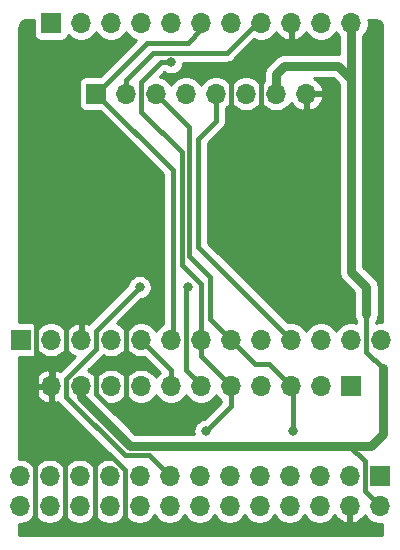
<source format=gbr>
G04 #@! TF.GenerationSoftware,KiCad,Pcbnew,(5.1.9)-1*
G04 #@! TF.CreationDate,2021-02-23T10:55:24+09:00*
G04 #@! TF.ProjectId,screens,73637265-656e-4732-9e6b-696361645f70,rev?*
G04 #@! TF.SameCoordinates,Original*
G04 #@! TF.FileFunction,Copper,L1,Top*
G04 #@! TF.FilePolarity,Positive*
%FSLAX46Y46*%
G04 Gerber Fmt 4.6, Leading zero omitted, Abs format (unit mm)*
G04 Created by KiCad (PCBNEW (5.1.9)-1) date 2021-02-23 10:55:24*
%MOMM*%
%LPD*%
G01*
G04 APERTURE LIST*
G04 #@! TA.AperFunction,ComponentPad*
%ADD10O,1.700000X1.700000*%
G04 #@! TD*
G04 #@! TA.AperFunction,ComponentPad*
%ADD11R,1.700000X1.700000*%
G04 #@! TD*
G04 #@! TA.AperFunction,ViaPad*
%ADD12C,0.800000*%
G04 #@! TD*
G04 #@! TA.AperFunction,Conductor*
%ADD13C,0.400000*%
G04 #@! TD*
G04 #@! TA.AperFunction,Conductor*
%ADD14C,0.800000*%
G04 #@! TD*
G04 #@! TA.AperFunction,Conductor*
%ADD15C,0.254000*%
G04 #@! TD*
G04 #@! TA.AperFunction,Conductor*
%ADD16C,0.100000*%
G04 #@! TD*
G04 APERTURE END LIST*
D10*
X27686000Y-67818000D03*
X27686000Y-65278000D03*
X30226000Y-67818000D03*
X30226000Y-65278000D03*
X32766000Y-67818000D03*
X32766000Y-65278000D03*
X35306000Y-67818000D03*
X35306000Y-65278000D03*
X37846000Y-67818000D03*
X37846000Y-65278000D03*
X40386000Y-67818000D03*
X40386000Y-65278000D03*
X42926000Y-67818000D03*
X42926000Y-65278000D03*
X45466000Y-67818000D03*
X45466000Y-65278000D03*
X48006000Y-67818000D03*
X48006000Y-65278000D03*
X50546000Y-67818000D03*
X50546000Y-65278000D03*
X53086000Y-67818000D03*
X53086000Y-65278000D03*
X55626000Y-67818000D03*
X55626000Y-65278000D03*
X58166000Y-67818000D03*
D11*
X58166000Y-65278000D03*
X55753000Y-57658000D03*
D10*
X53213000Y-57658000D03*
X50673000Y-57658000D03*
X48133000Y-57658000D03*
X45593000Y-57658000D03*
X43053000Y-57658000D03*
X40513000Y-57658000D03*
X37973000Y-57658000D03*
X35433000Y-57658000D03*
X32893000Y-57658000D03*
X30353000Y-57658000D03*
D11*
X30353000Y-26924000D03*
D10*
X32893000Y-26924000D03*
X35433000Y-26924000D03*
X37973000Y-26924000D03*
X40513000Y-26924000D03*
X43053000Y-26924000D03*
X45593000Y-26924000D03*
X48133000Y-26924000D03*
X50673000Y-26924000D03*
X53213000Y-26924000D03*
X55753000Y-26924000D03*
D11*
X27813000Y-53721000D03*
D10*
X30353000Y-53721000D03*
X32893000Y-53721000D03*
X35433000Y-53721000D03*
X37973000Y-53721000D03*
X40513000Y-53721000D03*
X43053000Y-53721000D03*
X45593000Y-53721000D03*
X48133000Y-53721000D03*
X50673000Y-53721000D03*
X53213000Y-53721000D03*
X55753000Y-53721000D03*
X58293000Y-53721000D03*
D11*
X34163000Y-32893000D03*
D10*
X36703000Y-32893000D03*
X39243000Y-32893000D03*
X41783000Y-32893000D03*
X44323000Y-32893000D03*
X46863000Y-32893000D03*
X49403000Y-32893000D03*
X51943000Y-32893000D03*
D12*
X29718000Y-61468000D03*
X31496000Y-61468000D03*
X53340000Y-45974000D03*
X53340000Y-37846000D03*
X57404000Y-45974000D03*
X57404000Y-37846000D03*
X29972000Y-37846000D03*
X29972000Y-45974000D03*
X40386000Y-61468000D03*
X36703000Y-37846000D03*
X50800000Y-61468000D03*
X43434000Y-61468000D03*
X40513000Y-30226000D03*
X37846000Y-49276000D03*
X41910000Y-49276000D03*
D13*
X29102999Y-55987001D02*
X29102999Y-61448001D01*
X34163000Y-56261000D02*
X34798000Y-55626000D01*
X37338000Y-61468000D02*
X34163000Y-58293000D01*
X34163000Y-58293000D02*
X34163000Y-56261000D01*
X40386000Y-61468000D02*
X37338000Y-61468000D01*
X36703000Y-58801000D02*
X37338000Y-59436000D01*
X36703000Y-52901315D02*
X36703000Y-58801000D01*
X38042315Y-51562000D02*
X36703000Y-52901315D01*
X38608000Y-51562000D02*
X38042315Y-51562000D01*
X28956000Y-63373000D02*
X30480000Y-61849000D01*
X28956000Y-69088000D02*
X28956000Y-63373000D01*
X27940000Y-70104000D02*
X28956000Y-69088000D01*
X31496000Y-69048002D02*
X31515999Y-69068001D01*
X31496000Y-64008000D02*
X31496000Y-69048002D01*
X31750000Y-63754000D02*
X31496000Y-64008000D01*
X31750000Y-61849000D02*
X31750000Y-63754000D01*
X30378400Y-60731400D02*
X30378400Y-59105800D01*
X34036000Y-64389000D02*
X30378400Y-60731400D01*
X34036000Y-69302002D02*
X34036000Y-64389000D01*
X34055999Y-69322001D02*
X34036000Y-69302002D01*
X30480000Y-57658000D02*
X30480000Y-56134000D01*
X30403800Y-57734200D02*
X30480000Y-57658000D01*
X30403800Y-58877200D02*
X30403800Y-57734200D01*
X35179000Y-63652400D02*
X30403800Y-58877200D01*
X35509200Y-63652400D02*
X35179000Y-63652400D01*
X36576000Y-64719200D02*
X35509200Y-63652400D01*
X36576000Y-69088000D02*
X36576000Y-64719200D01*
X30372999Y-55987001D02*
X29102999Y-55987001D01*
X31623000Y-54737000D02*
X30372999Y-55987001D01*
X29083000Y-50292000D02*
X31623000Y-52832000D01*
X31623000Y-52832000D02*
X31623000Y-54737000D01*
X29083000Y-55967002D02*
X29083000Y-50292000D01*
X29102999Y-55987001D02*
X29083000Y-55967002D01*
X50673000Y-28575000D02*
X50673000Y-26924000D01*
X49022000Y-28829000D02*
X50419000Y-28829000D01*
X48133000Y-34163000D02*
X48133000Y-29718000D01*
X48133000Y-29718000D02*
X49022000Y-28829000D01*
X51816000Y-37846000D02*
X48133000Y-34163000D01*
X53340000Y-37846000D02*
X51816000Y-37846000D01*
X50546000Y-28702000D02*
X50673000Y-28575000D01*
X50419000Y-28829000D02*
X50546000Y-28702000D01*
X45593000Y-31369000D02*
X48260000Y-28702000D01*
X45593000Y-34417000D02*
X45593000Y-31369000D01*
X49022000Y-37846000D02*
X45593000Y-34417000D01*
X48260000Y-28702000D02*
X50546000Y-28702000D01*
X53340000Y-37846000D02*
X49022000Y-37846000D01*
D14*
X57042999Y-49256001D02*
X57042999Y-51562000D01*
X55753000Y-47966002D02*
X57042999Y-49256001D01*
X55753000Y-35306000D02*
X55753000Y-47966002D01*
X37045989Y-62699989D02*
X57442011Y-62699989D01*
X32893000Y-58547000D02*
X37045989Y-62699989D01*
X57442011Y-62699989D02*
X58420000Y-61722000D01*
X32893000Y-57658000D02*
X32893000Y-58547000D01*
X58420000Y-61722000D02*
X58420000Y-56134000D01*
X49403000Y-32893000D02*
X49403000Y-31242000D01*
X49403000Y-31242000D02*
X50107308Y-30537692D01*
X50107308Y-30537692D02*
X54667692Y-30537692D01*
X54667692Y-30537692D02*
X55753000Y-31623000D01*
X55753000Y-31623000D02*
X55753000Y-35306000D01*
X55753000Y-26924000D02*
X55753000Y-31623000D01*
D13*
X54825989Y-62699989D02*
X54737000Y-62611000D01*
X55587989Y-62699989D02*
X54825989Y-62699989D01*
X56896000Y-64008000D02*
X55587989Y-62699989D01*
X56896000Y-66548000D02*
X56896000Y-64008000D01*
X58166000Y-67818000D02*
X56896000Y-66548000D01*
X57023000Y-51581999D02*
X57042999Y-51562000D01*
X57023000Y-54737000D02*
X57023000Y-51581999D01*
X58420000Y-56134000D02*
X57023000Y-54737000D01*
X47625000Y-55753000D02*
X45593000Y-53721000D01*
X48768000Y-55753000D02*
X47625000Y-55753000D01*
X50673000Y-57658000D02*
X48768000Y-55753000D01*
X50800000Y-57785000D02*
X50800000Y-61468000D01*
X50673000Y-57658000D02*
X50800000Y-57785000D01*
X39243000Y-33274000D02*
X39243000Y-32893000D01*
X42037000Y-35687000D02*
X39243000Y-32893000D01*
X42037000Y-46609000D02*
X42037000Y-35687000D01*
X43815000Y-48387000D02*
X42037000Y-46609000D01*
X43815000Y-51943000D02*
X43815000Y-48387000D01*
X45593000Y-53721000D02*
X43815000Y-51943000D01*
X40640000Y-39370000D02*
X34163000Y-32893000D01*
X40640000Y-53594000D02*
X40640000Y-39370000D01*
X40513000Y-53721000D02*
X40640000Y-53594000D01*
X43053000Y-27432000D02*
X43053000Y-26924000D01*
X41910000Y-28575000D02*
X43053000Y-27432000D01*
X38481000Y-28575000D02*
X41910000Y-28575000D01*
X34163000Y-32893000D02*
X38481000Y-28575000D01*
X40513000Y-57658000D02*
X40640000Y-57658000D01*
X40513000Y-56261000D02*
X37973000Y-53721000D01*
X40513000Y-57658000D02*
X40513000Y-56261000D01*
X47752000Y-26924000D02*
X48133000Y-26924000D01*
X45250001Y-29425999D02*
X47752000Y-26924000D01*
X38967920Y-29425999D02*
X45250001Y-29425999D01*
X36703000Y-31690919D02*
X38967920Y-29425999D01*
X36703000Y-32893000D02*
X36703000Y-31690919D01*
X43053000Y-55118000D02*
X43053000Y-53721000D01*
X45593000Y-57658000D02*
X43053000Y-55118000D01*
X45593000Y-59309000D02*
X43434000Y-61468000D01*
X45593000Y-57785000D02*
X45593000Y-59309000D01*
X37973000Y-31877000D02*
X39624000Y-30226000D01*
X37973000Y-34417000D02*
X37973000Y-31877000D01*
X41402000Y-37846000D02*
X37973000Y-34417000D01*
X39624000Y-30226000D02*
X40513000Y-30226000D01*
X41402000Y-47371000D02*
X41402000Y-37846000D01*
X43053000Y-49022000D02*
X41402000Y-47371000D01*
X43053000Y-53721000D02*
X43053000Y-49022000D01*
X34163000Y-54483000D02*
X34163000Y-52959000D01*
X36576000Y-63500000D02*
X31623000Y-58547000D01*
X38608000Y-63500000D02*
X36576000Y-63500000D01*
X40386000Y-65278000D02*
X38608000Y-63500000D01*
X31623000Y-58547000D02*
X31623000Y-57023000D01*
X31623000Y-57023000D02*
X34163000Y-54483000D01*
X34163000Y-52959000D02*
X37846000Y-49276000D01*
X41783000Y-49403000D02*
X41910000Y-49276000D01*
X41783000Y-56261000D02*
X41783000Y-49403000D01*
X43180000Y-57658000D02*
X41783000Y-56261000D01*
X44323000Y-35179000D02*
X44323000Y-32893000D01*
X42799000Y-36703000D02*
X44323000Y-35179000D01*
X42799000Y-45847000D02*
X42799000Y-36703000D01*
X50673000Y-53721000D02*
X42799000Y-45847000D01*
D15*
X55753000Y-67691000D02*
X55773000Y-67691000D01*
X55773000Y-67945000D01*
X55753000Y-67945000D01*
X55753000Y-69138155D01*
X55982890Y-69259476D01*
X56130099Y-69214825D01*
X56392920Y-69089641D01*
X56626269Y-68915588D01*
X56821178Y-68699355D01*
X56890805Y-68582466D01*
X57012525Y-68764632D01*
X57219368Y-68971475D01*
X57462589Y-69133990D01*
X57732842Y-69245932D01*
X58019740Y-69303000D01*
X58312260Y-69303000D01*
X58385001Y-69288531D01*
X58385001Y-70289000D01*
X27670000Y-70289000D01*
X27670000Y-69303000D01*
X27832260Y-69303000D01*
X28119158Y-69245932D01*
X28389411Y-69133990D01*
X28632632Y-68971475D01*
X28839475Y-68764632D01*
X28956000Y-68590240D01*
X29072525Y-68764632D01*
X29279368Y-68971475D01*
X29522589Y-69133990D01*
X29792842Y-69245932D01*
X30079740Y-69303000D01*
X30372260Y-69303000D01*
X30659158Y-69245932D01*
X30929411Y-69133990D01*
X31172632Y-68971475D01*
X31379475Y-68764632D01*
X31496000Y-68590240D01*
X31612525Y-68764632D01*
X31819368Y-68971475D01*
X32062589Y-69133990D01*
X32332842Y-69245932D01*
X32619740Y-69303000D01*
X32912260Y-69303000D01*
X33199158Y-69245932D01*
X33469411Y-69133990D01*
X33712632Y-68971475D01*
X33919475Y-68764632D01*
X34036000Y-68590240D01*
X34152525Y-68764632D01*
X34359368Y-68971475D01*
X34602589Y-69133990D01*
X34872842Y-69245932D01*
X35159740Y-69303000D01*
X35452260Y-69303000D01*
X35739158Y-69245932D01*
X36009411Y-69133990D01*
X36252632Y-68971475D01*
X36459475Y-68764632D01*
X36576000Y-68590240D01*
X36692525Y-68764632D01*
X36899368Y-68971475D01*
X37142589Y-69133990D01*
X37412842Y-69245932D01*
X37699740Y-69303000D01*
X37992260Y-69303000D01*
X38279158Y-69245932D01*
X38549411Y-69133990D01*
X38792632Y-68971475D01*
X38999475Y-68764632D01*
X39116000Y-68590240D01*
X39232525Y-68764632D01*
X39439368Y-68971475D01*
X39682589Y-69133990D01*
X39952842Y-69245932D01*
X40239740Y-69303000D01*
X40532260Y-69303000D01*
X40819158Y-69245932D01*
X41089411Y-69133990D01*
X41332632Y-68971475D01*
X41539475Y-68764632D01*
X41656000Y-68590240D01*
X41772525Y-68764632D01*
X41979368Y-68971475D01*
X42222589Y-69133990D01*
X42492842Y-69245932D01*
X42779740Y-69303000D01*
X43072260Y-69303000D01*
X43359158Y-69245932D01*
X43629411Y-69133990D01*
X43872632Y-68971475D01*
X44079475Y-68764632D01*
X44196000Y-68590240D01*
X44312525Y-68764632D01*
X44519368Y-68971475D01*
X44762589Y-69133990D01*
X45032842Y-69245932D01*
X45319740Y-69303000D01*
X45612260Y-69303000D01*
X45899158Y-69245932D01*
X46169411Y-69133990D01*
X46412632Y-68971475D01*
X46619475Y-68764632D01*
X46736000Y-68590240D01*
X46852525Y-68764632D01*
X47059368Y-68971475D01*
X47302589Y-69133990D01*
X47572842Y-69245932D01*
X47859740Y-69303000D01*
X48152260Y-69303000D01*
X48439158Y-69245932D01*
X48709411Y-69133990D01*
X48952632Y-68971475D01*
X49159475Y-68764632D01*
X49276000Y-68590240D01*
X49392525Y-68764632D01*
X49599368Y-68971475D01*
X49842589Y-69133990D01*
X50112842Y-69245932D01*
X50399740Y-69303000D01*
X50692260Y-69303000D01*
X50979158Y-69245932D01*
X51249411Y-69133990D01*
X51492632Y-68971475D01*
X51699475Y-68764632D01*
X51816000Y-68590240D01*
X51932525Y-68764632D01*
X52139368Y-68971475D01*
X52382589Y-69133990D01*
X52652842Y-69245932D01*
X52939740Y-69303000D01*
X53232260Y-69303000D01*
X53519158Y-69245932D01*
X53789411Y-69133990D01*
X54032632Y-68971475D01*
X54239475Y-68764632D01*
X54361195Y-68582466D01*
X54430822Y-68699355D01*
X54625731Y-68915588D01*
X54859080Y-69089641D01*
X55121901Y-69214825D01*
X55269110Y-69259476D01*
X55499000Y-69138155D01*
X55499000Y-67945000D01*
X55479000Y-67945000D01*
X55479000Y-67691000D01*
X55499000Y-67691000D01*
X55499000Y-67671000D01*
X55753000Y-67671000D01*
X55753000Y-67691000D01*
G04 #@! TA.AperFunction,Conductor*
D16*
G36*
X55753000Y-67691000D02*
G01*
X55773000Y-67691000D01*
X55773000Y-67945000D01*
X55753000Y-67945000D01*
X55753000Y-69138155D01*
X55982890Y-69259476D01*
X56130099Y-69214825D01*
X56392920Y-69089641D01*
X56626269Y-68915588D01*
X56821178Y-68699355D01*
X56890805Y-68582466D01*
X57012525Y-68764632D01*
X57219368Y-68971475D01*
X57462589Y-69133990D01*
X57732842Y-69245932D01*
X58019740Y-69303000D01*
X58312260Y-69303000D01*
X58385001Y-69288531D01*
X58385001Y-70289000D01*
X27670000Y-70289000D01*
X27670000Y-69303000D01*
X27832260Y-69303000D01*
X28119158Y-69245932D01*
X28389411Y-69133990D01*
X28632632Y-68971475D01*
X28839475Y-68764632D01*
X28956000Y-68590240D01*
X29072525Y-68764632D01*
X29279368Y-68971475D01*
X29522589Y-69133990D01*
X29792842Y-69245932D01*
X30079740Y-69303000D01*
X30372260Y-69303000D01*
X30659158Y-69245932D01*
X30929411Y-69133990D01*
X31172632Y-68971475D01*
X31379475Y-68764632D01*
X31496000Y-68590240D01*
X31612525Y-68764632D01*
X31819368Y-68971475D01*
X32062589Y-69133990D01*
X32332842Y-69245932D01*
X32619740Y-69303000D01*
X32912260Y-69303000D01*
X33199158Y-69245932D01*
X33469411Y-69133990D01*
X33712632Y-68971475D01*
X33919475Y-68764632D01*
X34036000Y-68590240D01*
X34152525Y-68764632D01*
X34359368Y-68971475D01*
X34602589Y-69133990D01*
X34872842Y-69245932D01*
X35159740Y-69303000D01*
X35452260Y-69303000D01*
X35739158Y-69245932D01*
X36009411Y-69133990D01*
X36252632Y-68971475D01*
X36459475Y-68764632D01*
X36576000Y-68590240D01*
X36692525Y-68764632D01*
X36899368Y-68971475D01*
X37142589Y-69133990D01*
X37412842Y-69245932D01*
X37699740Y-69303000D01*
X37992260Y-69303000D01*
X38279158Y-69245932D01*
X38549411Y-69133990D01*
X38792632Y-68971475D01*
X38999475Y-68764632D01*
X39116000Y-68590240D01*
X39232525Y-68764632D01*
X39439368Y-68971475D01*
X39682589Y-69133990D01*
X39952842Y-69245932D01*
X40239740Y-69303000D01*
X40532260Y-69303000D01*
X40819158Y-69245932D01*
X41089411Y-69133990D01*
X41332632Y-68971475D01*
X41539475Y-68764632D01*
X41656000Y-68590240D01*
X41772525Y-68764632D01*
X41979368Y-68971475D01*
X42222589Y-69133990D01*
X42492842Y-69245932D01*
X42779740Y-69303000D01*
X43072260Y-69303000D01*
X43359158Y-69245932D01*
X43629411Y-69133990D01*
X43872632Y-68971475D01*
X44079475Y-68764632D01*
X44196000Y-68590240D01*
X44312525Y-68764632D01*
X44519368Y-68971475D01*
X44762589Y-69133990D01*
X45032842Y-69245932D01*
X45319740Y-69303000D01*
X45612260Y-69303000D01*
X45899158Y-69245932D01*
X46169411Y-69133990D01*
X46412632Y-68971475D01*
X46619475Y-68764632D01*
X46736000Y-68590240D01*
X46852525Y-68764632D01*
X47059368Y-68971475D01*
X47302589Y-69133990D01*
X47572842Y-69245932D01*
X47859740Y-69303000D01*
X48152260Y-69303000D01*
X48439158Y-69245932D01*
X48709411Y-69133990D01*
X48952632Y-68971475D01*
X49159475Y-68764632D01*
X49276000Y-68590240D01*
X49392525Y-68764632D01*
X49599368Y-68971475D01*
X49842589Y-69133990D01*
X50112842Y-69245932D01*
X50399740Y-69303000D01*
X50692260Y-69303000D01*
X50979158Y-69245932D01*
X51249411Y-69133990D01*
X51492632Y-68971475D01*
X51699475Y-68764632D01*
X51816000Y-68590240D01*
X51932525Y-68764632D01*
X52139368Y-68971475D01*
X52382589Y-69133990D01*
X52652842Y-69245932D01*
X52939740Y-69303000D01*
X53232260Y-69303000D01*
X53519158Y-69245932D01*
X53789411Y-69133990D01*
X54032632Y-68971475D01*
X54239475Y-68764632D01*
X54361195Y-68582466D01*
X54430822Y-68699355D01*
X54625731Y-68915588D01*
X54859080Y-69089641D01*
X55121901Y-69214825D01*
X55269110Y-69259476D01*
X55499000Y-69138155D01*
X55499000Y-67945000D01*
X55479000Y-67945000D01*
X55479000Y-67691000D01*
X55499000Y-67691000D01*
X55499000Y-67671000D01*
X55753000Y-67671000D01*
X55753000Y-67691000D01*
G37*
G04 #@! TD.AperFunction*
D15*
X31697822Y-54602355D02*
X31892731Y-54818588D01*
X32126080Y-54992641D01*
X32360727Y-55104405D01*
X31092049Y-56373084D01*
X30857099Y-56261175D01*
X30709890Y-56216524D01*
X30480000Y-56337845D01*
X30480000Y-57531000D01*
X30500000Y-57531000D01*
X30500000Y-57785000D01*
X30480000Y-57785000D01*
X30480000Y-58978155D01*
X30709890Y-59099476D01*
X30857099Y-59054825D01*
X30930772Y-59019734D01*
X31029709Y-59140291D01*
X31061579Y-59166446D01*
X35749471Y-63854340D01*
X35739158Y-63850068D01*
X35452260Y-63793000D01*
X35159740Y-63793000D01*
X34872842Y-63850068D01*
X34602589Y-63962010D01*
X34359368Y-64124525D01*
X34152525Y-64331368D01*
X34036000Y-64505760D01*
X33919475Y-64331368D01*
X33712632Y-64124525D01*
X33469411Y-63962010D01*
X33199158Y-63850068D01*
X32912260Y-63793000D01*
X32619740Y-63793000D01*
X32332842Y-63850068D01*
X32062589Y-63962010D01*
X31819368Y-64124525D01*
X31612525Y-64331368D01*
X31496000Y-64505760D01*
X31379475Y-64331368D01*
X31172632Y-64124525D01*
X30929411Y-63962010D01*
X30659158Y-63850068D01*
X30372260Y-63793000D01*
X30079740Y-63793000D01*
X29792842Y-63850068D01*
X29522589Y-63962010D01*
X29279368Y-64124525D01*
X29072525Y-64331368D01*
X28956000Y-64505760D01*
X28839475Y-64331368D01*
X28632632Y-64124525D01*
X28389411Y-63962010D01*
X28119158Y-63850068D01*
X27832260Y-63793000D01*
X27670000Y-63793000D01*
X27670000Y-58014891D01*
X28911519Y-58014891D01*
X29008843Y-58289252D01*
X29157822Y-58539355D01*
X29352731Y-58755588D01*
X29586080Y-58929641D01*
X29848901Y-59054825D01*
X29996110Y-59099476D01*
X30226000Y-58978155D01*
X30226000Y-57785000D01*
X29032186Y-57785000D01*
X28911519Y-58014891D01*
X27670000Y-58014891D01*
X27670000Y-57301109D01*
X28911519Y-57301109D01*
X29032186Y-57531000D01*
X30226000Y-57531000D01*
X30226000Y-56337845D01*
X29996110Y-56216524D01*
X29848901Y-56261175D01*
X29586080Y-56386359D01*
X29352731Y-56560412D01*
X29157822Y-56776645D01*
X29008843Y-57026748D01*
X28911519Y-57301109D01*
X27670000Y-57301109D01*
X27670000Y-55209072D01*
X28663000Y-55209072D01*
X28787482Y-55196812D01*
X28907180Y-55160502D01*
X29017494Y-55101537D01*
X29114185Y-55022185D01*
X29193537Y-54925494D01*
X29252502Y-54815180D01*
X29274513Y-54742620D01*
X29406368Y-54874475D01*
X29649589Y-55036990D01*
X29919842Y-55148932D01*
X30206740Y-55206000D01*
X30499260Y-55206000D01*
X30786158Y-55148932D01*
X31056411Y-55036990D01*
X31299632Y-54874475D01*
X31506475Y-54667632D01*
X31628195Y-54485466D01*
X31697822Y-54602355D01*
G04 #@! TA.AperFunction,Conductor*
D16*
G36*
X31697822Y-54602355D02*
G01*
X31892731Y-54818588D01*
X32126080Y-54992641D01*
X32360727Y-55104405D01*
X31092049Y-56373084D01*
X30857099Y-56261175D01*
X30709890Y-56216524D01*
X30480000Y-56337845D01*
X30480000Y-57531000D01*
X30500000Y-57531000D01*
X30500000Y-57785000D01*
X30480000Y-57785000D01*
X30480000Y-58978155D01*
X30709890Y-59099476D01*
X30857099Y-59054825D01*
X30930772Y-59019734D01*
X31029709Y-59140291D01*
X31061579Y-59166446D01*
X35749471Y-63854340D01*
X35739158Y-63850068D01*
X35452260Y-63793000D01*
X35159740Y-63793000D01*
X34872842Y-63850068D01*
X34602589Y-63962010D01*
X34359368Y-64124525D01*
X34152525Y-64331368D01*
X34036000Y-64505760D01*
X33919475Y-64331368D01*
X33712632Y-64124525D01*
X33469411Y-63962010D01*
X33199158Y-63850068D01*
X32912260Y-63793000D01*
X32619740Y-63793000D01*
X32332842Y-63850068D01*
X32062589Y-63962010D01*
X31819368Y-64124525D01*
X31612525Y-64331368D01*
X31496000Y-64505760D01*
X31379475Y-64331368D01*
X31172632Y-64124525D01*
X30929411Y-63962010D01*
X30659158Y-63850068D01*
X30372260Y-63793000D01*
X30079740Y-63793000D01*
X29792842Y-63850068D01*
X29522589Y-63962010D01*
X29279368Y-64124525D01*
X29072525Y-64331368D01*
X28956000Y-64505760D01*
X28839475Y-64331368D01*
X28632632Y-64124525D01*
X28389411Y-63962010D01*
X28119158Y-63850068D01*
X27832260Y-63793000D01*
X27670000Y-63793000D01*
X27670000Y-58014891D01*
X28911519Y-58014891D01*
X29008843Y-58289252D01*
X29157822Y-58539355D01*
X29352731Y-58755588D01*
X29586080Y-58929641D01*
X29848901Y-59054825D01*
X29996110Y-59099476D01*
X30226000Y-58978155D01*
X30226000Y-57785000D01*
X29032186Y-57785000D01*
X28911519Y-58014891D01*
X27670000Y-58014891D01*
X27670000Y-57301109D01*
X28911519Y-57301109D01*
X29032186Y-57531000D01*
X30226000Y-57531000D01*
X30226000Y-56337845D01*
X29996110Y-56216524D01*
X29848901Y-56261175D01*
X29586080Y-56386359D01*
X29352731Y-56560412D01*
X29157822Y-56776645D01*
X29008843Y-57026748D01*
X28911519Y-57301109D01*
X27670000Y-57301109D01*
X27670000Y-55209072D01*
X28663000Y-55209072D01*
X28787482Y-55196812D01*
X28907180Y-55160502D01*
X29017494Y-55101537D01*
X29114185Y-55022185D01*
X29193537Y-54925494D01*
X29252502Y-54815180D01*
X29274513Y-54742620D01*
X29406368Y-54874475D01*
X29649589Y-55036990D01*
X29919842Y-55148932D01*
X30206740Y-55206000D01*
X30499260Y-55206000D01*
X30786158Y-55148932D01*
X31056411Y-55036990D01*
X31299632Y-54874475D01*
X31506475Y-54667632D01*
X31628195Y-54485466D01*
X31697822Y-54602355D01*
G37*
G04 #@! TD.AperFunction*
D15*
X44439525Y-58604632D02*
X44646368Y-58811475D01*
X44758001Y-58886066D01*
X44758001Y-58963131D01*
X43277225Y-60443907D01*
X43132102Y-60472774D01*
X42943744Y-60550795D01*
X42774226Y-60664063D01*
X42630063Y-60808226D01*
X42516795Y-60977744D01*
X42438774Y-61166102D01*
X42399000Y-61366061D01*
X42399000Y-61569939D01*
X42417906Y-61664989D01*
X37474700Y-61664989D01*
X34821962Y-59012252D01*
X34999842Y-59085932D01*
X35286740Y-59143000D01*
X35579260Y-59143000D01*
X35866158Y-59085932D01*
X36136411Y-58973990D01*
X36379632Y-58811475D01*
X36586475Y-58604632D01*
X36703000Y-58430240D01*
X36819525Y-58604632D01*
X37026368Y-58811475D01*
X37269589Y-58973990D01*
X37539842Y-59085932D01*
X37826740Y-59143000D01*
X38119260Y-59143000D01*
X38406158Y-59085932D01*
X38676411Y-58973990D01*
X38919632Y-58811475D01*
X39126475Y-58604632D01*
X39243000Y-58430240D01*
X39359525Y-58604632D01*
X39566368Y-58811475D01*
X39809589Y-58973990D01*
X40079842Y-59085932D01*
X40366740Y-59143000D01*
X40659260Y-59143000D01*
X40946158Y-59085932D01*
X41216411Y-58973990D01*
X41459632Y-58811475D01*
X41666475Y-58604632D01*
X41783000Y-58430240D01*
X41899525Y-58604632D01*
X42106368Y-58811475D01*
X42349589Y-58973990D01*
X42619842Y-59085932D01*
X42906740Y-59143000D01*
X43199260Y-59143000D01*
X43486158Y-59085932D01*
X43756411Y-58973990D01*
X43999632Y-58811475D01*
X44206475Y-58604632D01*
X44323000Y-58430240D01*
X44439525Y-58604632D01*
G04 #@! TA.AperFunction,Conductor*
D16*
G36*
X44439525Y-58604632D02*
G01*
X44646368Y-58811475D01*
X44758001Y-58886066D01*
X44758001Y-58963131D01*
X43277225Y-60443907D01*
X43132102Y-60472774D01*
X42943744Y-60550795D01*
X42774226Y-60664063D01*
X42630063Y-60808226D01*
X42516795Y-60977744D01*
X42438774Y-61166102D01*
X42399000Y-61366061D01*
X42399000Y-61569939D01*
X42417906Y-61664989D01*
X37474700Y-61664989D01*
X34821962Y-59012252D01*
X34999842Y-59085932D01*
X35286740Y-59143000D01*
X35579260Y-59143000D01*
X35866158Y-59085932D01*
X36136411Y-58973990D01*
X36379632Y-58811475D01*
X36586475Y-58604632D01*
X36703000Y-58430240D01*
X36819525Y-58604632D01*
X37026368Y-58811475D01*
X37269589Y-58973990D01*
X37539842Y-59085932D01*
X37826740Y-59143000D01*
X38119260Y-59143000D01*
X38406158Y-59085932D01*
X38676411Y-58973990D01*
X38919632Y-58811475D01*
X39126475Y-58604632D01*
X39243000Y-58430240D01*
X39359525Y-58604632D01*
X39566368Y-58811475D01*
X39809589Y-58973990D01*
X40079842Y-59085932D01*
X40366740Y-59143000D01*
X40659260Y-59143000D01*
X40946158Y-59085932D01*
X41216411Y-58973990D01*
X41459632Y-58811475D01*
X41666475Y-58604632D01*
X41783000Y-58430240D01*
X41899525Y-58604632D01*
X42106368Y-58811475D01*
X42349589Y-58973990D01*
X42619842Y-59085932D01*
X42906740Y-59143000D01*
X43199260Y-59143000D01*
X43486158Y-59085932D01*
X43756411Y-58973990D01*
X43999632Y-58811475D01*
X44206475Y-58604632D01*
X44323000Y-58430240D01*
X44439525Y-58604632D01*
G37*
G04 #@! TD.AperFunction*
D15*
X36819525Y-54667632D02*
X37026368Y-54874475D01*
X37269589Y-55036990D01*
X37539842Y-55148932D01*
X37826740Y-55206000D01*
X38119260Y-55206000D01*
X38250940Y-55179807D01*
X39571936Y-56500804D01*
X39566368Y-56504525D01*
X39359525Y-56711368D01*
X39243000Y-56885760D01*
X39126475Y-56711368D01*
X38919632Y-56504525D01*
X38676411Y-56342010D01*
X38406158Y-56230068D01*
X38119260Y-56173000D01*
X37826740Y-56173000D01*
X37539842Y-56230068D01*
X37269589Y-56342010D01*
X37026368Y-56504525D01*
X36819525Y-56711368D01*
X36703000Y-56885760D01*
X36586475Y-56711368D01*
X36379632Y-56504525D01*
X36136411Y-56342010D01*
X35866158Y-56230068D01*
X35579260Y-56173000D01*
X35286740Y-56173000D01*
X34999842Y-56230068D01*
X34729589Y-56342010D01*
X34486368Y-56504525D01*
X34279525Y-56711368D01*
X34163000Y-56885760D01*
X34046475Y-56711368D01*
X33839632Y-56504525D01*
X33596411Y-56342010D01*
X33517531Y-56309337D01*
X34724428Y-55102440D01*
X34756291Y-55076291D01*
X34773588Y-55055215D01*
X34999842Y-55148932D01*
X35286740Y-55206000D01*
X35579260Y-55206000D01*
X35866158Y-55148932D01*
X36136411Y-55036990D01*
X36379632Y-54874475D01*
X36586475Y-54667632D01*
X36703000Y-54493240D01*
X36819525Y-54667632D01*
G04 #@! TA.AperFunction,Conductor*
D16*
G36*
X36819525Y-54667632D02*
G01*
X37026368Y-54874475D01*
X37269589Y-55036990D01*
X37539842Y-55148932D01*
X37826740Y-55206000D01*
X38119260Y-55206000D01*
X38250940Y-55179807D01*
X39571936Y-56500804D01*
X39566368Y-56504525D01*
X39359525Y-56711368D01*
X39243000Y-56885760D01*
X39126475Y-56711368D01*
X38919632Y-56504525D01*
X38676411Y-56342010D01*
X38406158Y-56230068D01*
X38119260Y-56173000D01*
X37826740Y-56173000D01*
X37539842Y-56230068D01*
X37269589Y-56342010D01*
X37026368Y-56504525D01*
X36819525Y-56711368D01*
X36703000Y-56885760D01*
X36586475Y-56711368D01*
X36379632Y-56504525D01*
X36136411Y-56342010D01*
X35866158Y-56230068D01*
X35579260Y-56173000D01*
X35286740Y-56173000D01*
X34999842Y-56230068D01*
X34729589Y-56342010D01*
X34486368Y-56504525D01*
X34279525Y-56711368D01*
X34163000Y-56885760D01*
X34046475Y-56711368D01*
X33839632Y-56504525D01*
X33596411Y-56342010D01*
X33517531Y-56309337D01*
X34724428Y-55102440D01*
X34756291Y-55076291D01*
X34773588Y-55055215D01*
X34999842Y-55148932D01*
X35286740Y-55206000D01*
X35579260Y-55206000D01*
X35866158Y-55148932D01*
X36136411Y-55036990D01*
X36379632Y-54874475D01*
X36586475Y-54667632D01*
X36703000Y-54493240D01*
X36819525Y-54667632D01*
G37*
G04 #@! TD.AperFunction*
D15*
X28864928Y-27774000D02*
X28877188Y-27898482D01*
X28913498Y-28018180D01*
X28972463Y-28128494D01*
X29051815Y-28225185D01*
X29148506Y-28304537D01*
X29258820Y-28363502D01*
X29378518Y-28399812D01*
X29503000Y-28412072D01*
X31203000Y-28412072D01*
X31327482Y-28399812D01*
X31447180Y-28363502D01*
X31557494Y-28304537D01*
X31654185Y-28225185D01*
X31733537Y-28128494D01*
X31792502Y-28018180D01*
X31814513Y-27945620D01*
X31946368Y-28077475D01*
X32189589Y-28239990D01*
X32459842Y-28351932D01*
X32746740Y-28409000D01*
X33039260Y-28409000D01*
X33326158Y-28351932D01*
X33596411Y-28239990D01*
X33839632Y-28077475D01*
X34046475Y-27870632D01*
X34163000Y-27696240D01*
X34279525Y-27870632D01*
X34486368Y-28077475D01*
X34729589Y-28239990D01*
X34999842Y-28351932D01*
X35286740Y-28409000D01*
X35579260Y-28409000D01*
X35866158Y-28351932D01*
X36136411Y-28239990D01*
X36379632Y-28077475D01*
X36586475Y-27870632D01*
X36703000Y-27696240D01*
X36819525Y-27870632D01*
X37026368Y-28077475D01*
X37269589Y-28239990D01*
X37528074Y-28347058D01*
X34470205Y-31404928D01*
X33313000Y-31404928D01*
X33188518Y-31417188D01*
X33068820Y-31453498D01*
X32958506Y-31512463D01*
X32861815Y-31591815D01*
X32782463Y-31688506D01*
X32723498Y-31798820D01*
X32687188Y-31918518D01*
X32674928Y-32043000D01*
X32674928Y-33743000D01*
X32687188Y-33867482D01*
X32723498Y-33987180D01*
X32782463Y-34097494D01*
X32861815Y-34194185D01*
X32958506Y-34273537D01*
X33068820Y-34332502D01*
X33188518Y-34368812D01*
X33313000Y-34381072D01*
X34470205Y-34381072D01*
X39805001Y-39715869D01*
X39805000Y-52408076D01*
X39566368Y-52567525D01*
X39359525Y-52774368D01*
X39243000Y-52948760D01*
X39126475Y-52774368D01*
X38919632Y-52567525D01*
X38676411Y-52405010D01*
X38406158Y-52293068D01*
X38119260Y-52236000D01*
X37826740Y-52236000D01*
X37539842Y-52293068D01*
X37269589Y-52405010D01*
X37026368Y-52567525D01*
X36819525Y-52774368D01*
X36703000Y-52948760D01*
X36586475Y-52774368D01*
X36379632Y-52567525D01*
X36136411Y-52405010D01*
X35967728Y-52335140D01*
X38002777Y-50300092D01*
X38147898Y-50271226D01*
X38336256Y-50193205D01*
X38505774Y-50079937D01*
X38649937Y-49935774D01*
X38763205Y-49766256D01*
X38841226Y-49577898D01*
X38881000Y-49377939D01*
X38881000Y-49174061D01*
X38841226Y-48974102D01*
X38763205Y-48785744D01*
X38649937Y-48616226D01*
X38505774Y-48472063D01*
X38336256Y-48358795D01*
X38147898Y-48280774D01*
X37947939Y-48241000D01*
X37744061Y-48241000D01*
X37544102Y-48280774D01*
X37355744Y-48358795D01*
X37186226Y-48472063D01*
X37042063Y-48616226D01*
X36928795Y-48785744D01*
X36850774Y-48974102D01*
X36821908Y-49119223D01*
X33601574Y-52339559D01*
X33569710Y-52365709D01*
X33545706Y-52394958D01*
X33397099Y-52324175D01*
X33249890Y-52279524D01*
X33020000Y-52400845D01*
X33020000Y-53594000D01*
X33040000Y-53594000D01*
X33040000Y-53848000D01*
X33020000Y-53848000D01*
X33020000Y-53868000D01*
X32766000Y-53868000D01*
X32766000Y-53848000D01*
X32746000Y-53848000D01*
X32746000Y-53594000D01*
X32766000Y-53594000D01*
X32766000Y-52400845D01*
X32536110Y-52279524D01*
X32388901Y-52324175D01*
X32126080Y-52449359D01*
X31892731Y-52623412D01*
X31697822Y-52839645D01*
X31628195Y-52956534D01*
X31506475Y-52774368D01*
X31299632Y-52567525D01*
X31056411Y-52405010D01*
X30786158Y-52293068D01*
X30499260Y-52236000D01*
X30206740Y-52236000D01*
X29919842Y-52293068D01*
X29649589Y-52405010D01*
X29406368Y-52567525D01*
X29274513Y-52699380D01*
X29252502Y-52626820D01*
X29193537Y-52516506D01*
X29114185Y-52419815D01*
X29017494Y-52340463D01*
X28907180Y-52281498D01*
X28787482Y-52245188D01*
X28663000Y-52232928D01*
X27670000Y-52232928D01*
X27670000Y-27333965D01*
X27689118Y-27138985D01*
X27722523Y-27028344D01*
X27776778Y-26926303D01*
X27849821Y-26836744D01*
X27938866Y-26763079D01*
X28040531Y-26708110D01*
X28150931Y-26673935D01*
X28340596Y-26654000D01*
X28864928Y-26654000D01*
X28864928Y-27774000D01*
G04 #@! TA.AperFunction,Conductor*
D16*
G36*
X28864928Y-27774000D02*
G01*
X28877188Y-27898482D01*
X28913498Y-28018180D01*
X28972463Y-28128494D01*
X29051815Y-28225185D01*
X29148506Y-28304537D01*
X29258820Y-28363502D01*
X29378518Y-28399812D01*
X29503000Y-28412072D01*
X31203000Y-28412072D01*
X31327482Y-28399812D01*
X31447180Y-28363502D01*
X31557494Y-28304537D01*
X31654185Y-28225185D01*
X31733537Y-28128494D01*
X31792502Y-28018180D01*
X31814513Y-27945620D01*
X31946368Y-28077475D01*
X32189589Y-28239990D01*
X32459842Y-28351932D01*
X32746740Y-28409000D01*
X33039260Y-28409000D01*
X33326158Y-28351932D01*
X33596411Y-28239990D01*
X33839632Y-28077475D01*
X34046475Y-27870632D01*
X34163000Y-27696240D01*
X34279525Y-27870632D01*
X34486368Y-28077475D01*
X34729589Y-28239990D01*
X34999842Y-28351932D01*
X35286740Y-28409000D01*
X35579260Y-28409000D01*
X35866158Y-28351932D01*
X36136411Y-28239990D01*
X36379632Y-28077475D01*
X36586475Y-27870632D01*
X36703000Y-27696240D01*
X36819525Y-27870632D01*
X37026368Y-28077475D01*
X37269589Y-28239990D01*
X37528074Y-28347058D01*
X34470205Y-31404928D01*
X33313000Y-31404928D01*
X33188518Y-31417188D01*
X33068820Y-31453498D01*
X32958506Y-31512463D01*
X32861815Y-31591815D01*
X32782463Y-31688506D01*
X32723498Y-31798820D01*
X32687188Y-31918518D01*
X32674928Y-32043000D01*
X32674928Y-33743000D01*
X32687188Y-33867482D01*
X32723498Y-33987180D01*
X32782463Y-34097494D01*
X32861815Y-34194185D01*
X32958506Y-34273537D01*
X33068820Y-34332502D01*
X33188518Y-34368812D01*
X33313000Y-34381072D01*
X34470205Y-34381072D01*
X39805001Y-39715869D01*
X39805000Y-52408076D01*
X39566368Y-52567525D01*
X39359525Y-52774368D01*
X39243000Y-52948760D01*
X39126475Y-52774368D01*
X38919632Y-52567525D01*
X38676411Y-52405010D01*
X38406158Y-52293068D01*
X38119260Y-52236000D01*
X37826740Y-52236000D01*
X37539842Y-52293068D01*
X37269589Y-52405010D01*
X37026368Y-52567525D01*
X36819525Y-52774368D01*
X36703000Y-52948760D01*
X36586475Y-52774368D01*
X36379632Y-52567525D01*
X36136411Y-52405010D01*
X35967728Y-52335140D01*
X38002777Y-50300092D01*
X38147898Y-50271226D01*
X38336256Y-50193205D01*
X38505774Y-50079937D01*
X38649937Y-49935774D01*
X38763205Y-49766256D01*
X38841226Y-49577898D01*
X38881000Y-49377939D01*
X38881000Y-49174061D01*
X38841226Y-48974102D01*
X38763205Y-48785744D01*
X38649937Y-48616226D01*
X38505774Y-48472063D01*
X38336256Y-48358795D01*
X38147898Y-48280774D01*
X37947939Y-48241000D01*
X37744061Y-48241000D01*
X37544102Y-48280774D01*
X37355744Y-48358795D01*
X37186226Y-48472063D01*
X37042063Y-48616226D01*
X36928795Y-48785744D01*
X36850774Y-48974102D01*
X36821908Y-49119223D01*
X33601574Y-52339559D01*
X33569710Y-52365709D01*
X33545706Y-52394958D01*
X33397099Y-52324175D01*
X33249890Y-52279524D01*
X33020000Y-52400845D01*
X33020000Y-53594000D01*
X33040000Y-53594000D01*
X33040000Y-53848000D01*
X33020000Y-53848000D01*
X33020000Y-53868000D01*
X32766000Y-53868000D01*
X32766000Y-53848000D01*
X32746000Y-53848000D01*
X32746000Y-53594000D01*
X32766000Y-53594000D01*
X32766000Y-52400845D01*
X32536110Y-52279524D01*
X32388901Y-52324175D01*
X32126080Y-52449359D01*
X31892731Y-52623412D01*
X31697822Y-52839645D01*
X31628195Y-52956534D01*
X31506475Y-52774368D01*
X31299632Y-52567525D01*
X31056411Y-52405010D01*
X30786158Y-52293068D01*
X30499260Y-52236000D01*
X30206740Y-52236000D01*
X29919842Y-52293068D01*
X29649589Y-52405010D01*
X29406368Y-52567525D01*
X29274513Y-52699380D01*
X29252502Y-52626820D01*
X29193537Y-52516506D01*
X29114185Y-52419815D01*
X29017494Y-52340463D01*
X28907180Y-52281498D01*
X28787482Y-52245188D01*
X28663000Y-52232928D01*
X27670000Y-52232928D01*
X27670000Y-27333965D01*
X27689118Y-27138985D01*
X27722523Y-27028344D01*
X27776778Y-26926303D01*
X27849821Y-26836744D01*
X27938866Y-26763079D01*
X28040531Y-26708110D01*
X28150931Y-26673935D01*
X28340596Y-26654000D01*
X28864928Y-26654000D01*
X28864928Y-27774000D01*
G37*
G04 #@! TD.AperFunction*
D15*
X54718000Y-32051711D02*
X54718001Y-35255153D01*
X54718000Y-35255163D01*
X54718001Y-47915164D01*
X54712994Y-47966002D01*
X54732977Y-48168897D01*
X54792160Y-48363995D01*
X54888266Y-48543799D01*
X54980808Y-48656561D01*
X55017605Y-48701398D01*
X55057092Y-48733804D01*
X56007999Y-49684712D01*
X56008000Y-51612838D01*
X56022976Y-51764895D01*
X56082159Y-51959993D01*
X56178266Y-52139797D01*
X56188001Y-52151659D01*
X56188001Y-52293831D01*
X56186158Y-52293068D01*
X55899260Y-52236000D01*
X55606740Y-52236000D01*
X55319842Y-52293068D01*
X55049589Y-52405010D01*
X54806368Y-52567525D01*
X54599525Y-52774368D01*
X54483000Y-52948760D01*
X54366475Y-52774368D01*
X54159632Y-52567525D01*
X53916411Y-52405010D01*
X53646158Y-52293068D01*
X53359260Y-52236000D01*
X53066740Y-52236000D01*
X52779842Y-52293068D01*
X52509589Y-52405010D01*
X52266368Y-52567525D01*
X52059525Y-52774368D01*
X51943000Y-52948760D01*
X51826475Y-52774368D01*
X51619632Y-52567525D01*
X51376411Y-52405010D01*
X51106158Y-52293068D01*
X50819260Y-52236000D01*
X50526740Y-52236000D01*
X50395061Y-52262193D01*
X43634000Y-45501133D01*
X43634000Y-37048867D01*
X44884428Y-35798440D01*
X44916291Y-35772291D01*
X45020636Y-35645146D01*
X45098172Y-35500087D01*
X45145918Y-35342689D01*
X45158000Y-35220019D01*
X45158000Y-35220009D01*
X45162039Y-35179001D01*
X45158000Y-35137993D01*
X45158000Y-34121065D01*
X45269632Y-34046475D01*
X45476475Y-33839632D01*
X45593000Y-33665240D01*
X45709525Y-33839632D01*
X45916368Y-34046475D01*
X46159589Y-34208990D01*
X46429842Y-34320932D01*
X46716740Y-34378000D01*
X47009260Y-34378000D01*
X47296158Y-34320932D01*
X47566411Y-34208990D01*
X47809632Y-34046475D01*
X48016475Y-33839632D01*
X48133000Y-33665240D01*
X48249525Y-33839632D01*
X48456368Y-34046475D01*
X48699589Y-34208990D01*
X48969842Y-34320932D01*
X49256740Y-34378000D01*
X49549260Y-34378000D01*
X49836158Y-34320932D01*
X50106411Y-34208990D01*
X50349632Y-34046475D01*
X50556475Y-33839632D01*
X50678195Y-33657466D01*
X50747822Y-33774355D01*
X50942731Y-33990588D01*
X51176080Y-34164641D01*
X51438901Y-34289825D01*
X51586110Y-34334476D01*
X51816000Y-34213155D01*
X51816000Y-33020000D01*
X52070000Y-33020000D01*
X52070000Y-34213155D01*
X52299890Y-34334476D01*
X52447099Y-34289825D01*
X52709920Y-34164641D01*
X52943269Y-33990588D01*
X53138178Y-33774355D01*
X53287157Y-33524252D01*
X53384481Y-33249891D01*
X53263814Y-33020000D01*
X52070000Y-33020000D01*
X51816000Y-33020000D01*
X51796000Y-33020000D01*
X51796000Y-32766000D01*
X51816000Y-32766000D01*
X51816000Y-32746000D01*
X52070000Y-32746000D01*
X52070000Y-32766000D01*
X53263814Y-32766000D01*
X53384481Y-32536109D01*
X53287157Y-32261748D01*
X53138178Y-32011645D01*
X52943269Y-31795412D01*
X52709920Y-31621359D01*
X52607745Y-31572692D01*
X54238982Y-31572692D01*
X54718000Y-32051711D01*
G04 #@! TA.AperFunction,Conductor*
D16*
G36*
X54718000Y-32051711D02*
G01*
X54718001Y-35255153D01*
X54718000Y-35255163D01*
X54718001Y-47915164D01*
X54712994Y-47966002D01*
X54732977Y-48168897D01*
X54792160Y-48363995D01*
X54888266Y-48543799D01*
X54980808Y-48656561D01*
X55017605Y-48701398D01*
X55057092Y-48733804D01*
X56007999Y-49684712D01*
X56008000Y-51612838D01*
X56022976Y-51764895D01*
X56082159Y-51959993D01*
X56178266Y-52139797D01*
X56188001Y-52151659D01*
X56188001Y-52293831D01*
X56186158Y-52293068D01*
X55899260Y-52236000D01*
X55606740Y-52236000D01*
X55319842Y-52293068D01*
X55049589Y-52405010D01*
X54806368Y-52567525D01*
X54599525Y-52774368D01*
X54483000Y-52948760D01*
X54366475Y-52774368D01*
X54159632Y-52567525D01*
X53916411Y-52405010D01*
X53646158Y-52293068D01*
X53359260Y-52236000D01*
X53066740Y-52236000D01*
X52779842Y-52293068D01*
X52509589Y-52405010D01*
X52266368Y-52567525D01*
X52059525Y-52774368D01*
X51943000Y-52948760D01*
X51826475Y-52774368D01*
X51619632Y-52567525D01*
X51376411Y-52405010D01*
X51106158Y-52293068D01*
X50819260Y-52236000D01*
X50526740Y-52236000D01*
X50395061Y-52262193D01*
X43634000Y-45501133D01*
X43634000Y-37048867D01*
X44884428Y-35798440D01*
X44916291Y-35772291D01*
X45020636Y-35645146D01*
X45098172Y-35500087D01*
X45145918Y-35342689D01*
X45158000Y-35220019D01*
X45158000Y-35220009D01*
X45162039Y-35179001D01*
X45158000Y-35137993D01*
X45158000Y-34121065D01*
X45269632Y-34046475D01*
X45476475Y-33839632D01*
X45593000Y-33665240D01*
X45709525Y-33839632D01*
X45916368Y-34046475D01*
X46159589Y-34208990D01*
X46429842Y-34320932D01*
X46716740Y-34378000D01*
X47009260Y-34378000D01*
X47296158Y-34320932D01*
X47566411Y-34208990D01*
X47809632Y-34046475D01*
X48016475Y-33839632D01*
X48133000Y-33665240D01*
X48249525Y-33839632D01*
X48456368Y-34046475D01*
X48699589Y-34208990D01*
X48969842Y-34320932D01*
X49256740Y-34378000D01*
X49549260Y-34378000D01*
X49836158Y-34320932D01*
X50106411Y-34208990D01*
X50349632Y-34046475D01*
X50556475Y-33839632D01*
X50678195Y-33657466D01*
X50747822Y-33774355D01*
X50942731Y-33990588D01*
X51176080Y-34164641D01*
X51438901Y-34289825D01*
X51586110Y-34334476D01*
X51816000Y-34213155D01*
X51816000Y-33020000D01*
X52070000Y-33020000D01*
X52070000Y-34213155D01*
X52299890Y-34334476D01*
X52447099Y-34289825D01*
X52709920Y-34164641D01*
X52943269Y-33990588D01*
X53138178Y-33774355D01*
X53287157Y-33524252D01*
X53384481Y-33249891D01*
X53263814Y-33020000D01*
X52070000Y-33020000D01*
X51816000Y-33020000D01*
X51796000Y-33020000D01*
X51796000Y-32766000D01*
X51816000Y-32766000D01*
X51816000Y-32746000D01*
X52070000Y-32746000D01*
X52070000Y-32766000D01*
X53263814Y-32766000D01*
X53384481Y-32536109D01*
X53287157Y-32261748D01*
X53138178Y-32011645D01*
X52943269Y-31795412D01*
X52709920Y-31621359D01*
X52607745Y-31572692D01*
X54238982Y-31572692D01*
X54718000Y-32051711D01*
G37*
G04 #@! TD.AperFunction*
D15*
X57900015Y-26673118D02*
X58010656Y-26706523D01*
X58112697Y-26760778D01*
X58202256Y-26833821D01*
X58275921Y-26922866D01*
X58330890Y-27024531D01*
X58365065Y-27134931D01*
X58385000Y-27324596D01*
X58385001Y-52236000D01*
X58146740Y-52236000D01*
X57859842Y-52293068D01*
X57858000Y-52293831D01*
X57858000Y-52200397D01*
X57907733Y-52139797D01*
X58003840Y-51959993D01*
X58063023Y-51764895D01*
X58077999Y-51612838D01*
X58077999Y-49306828D01*
X58083005Y-49256000D01*
X58077999Y-49205172D01*
X58077999Y-49205163D01*
X58063023Y-49053106D01*
X58003840Y-48858008D01*
X57959103Y-48774310D01*
X57907733Y-48678203D01*
X57810802Y-48560093D01*
X57778395Y-48520605D01*
X57738907Y-48488198D01*
X56788000Y-47537292D01*
X56788000Y-31673827D01*
X56793006Y-31622999D01*
X56788000Y-31572171D01*
X56788000Y-27989107D01*
X56906475Y-27870632D01*
X57068990Y-27627411D01*
X57180932Y-27357158D01*
X57238000Y-27070260D01*
X57238000Y-26777740D01*
X57213386Y-26654000D01*
X57705035Y-26654000D01*
X57900015Y-26673118D01*
G04 #@! TA.AperFunction,Conductor*
D16*
G36*
X57900015Y-26673118D02*
G01*
X58010656Y-26706523D01*
X58112697Y-26760778D01*
X58202256Y-26833821D01*
X58275921Y-26922866D01*
X58330890Y-27024531D01*
X58365065Y-27134931D01*
X58385000Y-27324596D01*
X58385001Y-52236000D01*
X58146740Y-52236000D01*
X57859842Y-52293068D01*
X57858000Y-52293831D01*
X57858000Y-52200397D01*
X57907733Y-52139797D01*
X58003840Y-51959993D01*
X58063023Y-51764895D01*
X58077999Y-51612838D01*
X58077999Y-49306828D01*
X58083005Y-49256000D01*
X58077999Y-49205172D01*
X58077999Y-49205163D01*
X58063023Y-49053106D01*
X58003840Y-48858008D01*
X57959103Y-48774310D01*
X57907733Y-48678203D01*
X57810802Y-48560093D01*
X57778395Y-48520605D01*
X57738907Y-48488198D01*
X56788000Y-47537292D01*
X56788000Y-31673827D01*
X56793006Y-31622999D01*
X56788000Y-31572171D01*
X56788000Y-27989107D01*
X56906475Y-27870632D01*
X57068990Y-27627411D01*
X57180932Y-27357158D01*
X57238000Y-27070260D01*
X57238000Y-26777740D01*
X57213386Y-26654000D01*
X57705035Y-26654000D01*
X57900015Y-26673118D01*
G37*
G04 #@! TD.AperFunction*
D15*
X50800000Y-26797000D02*
X50820000Y-26797000D01*
X50820000Y-27051000D01*
X50800000Y-27051000D01*
X50800000Y-28244155D01*
X51029890Y-28365476D01*
X51177099Y-28320825D01*
X51439920Y-28195641D01*
X51673269Y-28021588D01*
X51868178Y-27805355D01*
X51937805Y-27688466D01*
X52059525Y-27870632D01*
X52266368Y-28077475D01*
X52509589Y-28239990D01*
X52779842Y-28351932D01*
X53066740Y-28409000D01*
X53359260Y-28409000D01*
X53646158Y-28351932D01*
X53916411Y-28239990D01*
X54159632Y-28077475D01*
X54366475Y-27870632D01*
X54483000Y-27696240D01*
X54599525Y-27870632D01*
X54718000Y-27989107D01*
X54718001Y-29502641D01*
X54667692Y-29497686D01*
X54616864Y-29502692D01*
X50158143Y-29502692D01*
X50107308Y-29497685D01*
X50056472Y-29502692D01*
X50056470Y-29502692D01*
X49904413Y-29517668D01*
X49709315Y-29576851D01*
X49625617Y-29621588D01*
X49529510Y-29672958D01*
X49411400Y-29769889D01*
X49371912Y-29802296D01*
X49339505Y-29841784D01*
X48707092Y-30474198D01*
X48667605Y-30506604D01*
X48635198Y-30546092D01*
X48635197Y-30546093D01*
X48538266Y-30664203D01*
X48442160Y-30844007D01*
X48382977Y-31039105D01*
X48362994Y-31242000D01*
X48368001Y-31292837D01*
X48368001Y-31827892D01*
X48249525Y-31946368D01*
X48133000Y-32120760D01*
X48016475Y-31946368D01*
X47809632Y-31739525D01*
X47566411Y-31577010D01*
X47296158Y-31465068D01*
X47009260Y-31408000D01*
X46716740Y-31408000D01*
X46429842Y-31465068D01*
X46159589Y-31577010D01*
X45916368Y-31739525D01*
X45709525Y-31946368D01*
X45593000Y-32120760D01*
X45476475Y-31946368D01*
X45269632Y-31739525D01*
X45026411Y-31577010D01*
X44756158Y-31465068D01*
X44469260Y-31408000D01*
X44176740Y-31408000D01*
X43889842Y-31465068D01*
X43619589Y-31577010D01*
X43376368Y-31739525D01*
X43169525Y-31946368D01*
X43053000Y-32120760D01*
X42936475Y-31946368D01*
X42729632Y-31739525D01*
X42486411Y-31577010D01*
X42216158Y-31465068D01*
X41929260Y-31408000D01*
X41636740Y-31408000D01*
X41349842Y-31465068D01*
X41079589Y-31577010D01*
X40836368Y-31739525D01*
X40629525Y-31946368D01*
X40513000Y-32120760D01*
X40396475Y-31946368D01*
X40189632Y-31739525D01*
X39946411Y-31577010D01*
X39676158Y-31465068D01*
X39584110Y-31446758D01*
X39941769Y-31089099D01*
X40022744Y-31143205D01*
X40211102Y-31221226D01*
X40411061Y-31261000D01*
X40614939Y-31261000D01*
X40814898Y-31221226D01*
X41003256Y-31143205D01*
X41172774Y-31029937D01*
X41316937Y-30885774D01*
X41430205Y-30716256D01*
X41508226Y-30527898D01*
X41548000Y-30327939D01*
X41548000Y-30260999D01*
X45208983Y-30260999D01*
X45250001Y-30265039D01*
X45291019Y-30260999D01*
X45291020Y-30260999D01*
X45413690Y-30248917D01*
X45571088Y-30201171D01*
X45716147Y-30123635D01*
X45843292Y-30019290D01*
X45869447Y-29987420D01*
X47562023Y-28294846D01*
X47699842Y-28351932D01*
X47986740Y-28409000D01*
X48279260Y-28409000D01*
X48566158Y-28351932D01*
X48836411Y-28239990D01*
X49079632Y-28077475D01*
X49286475Y-27870632D01*
X49408195Y-27688466D01*
X49477822Y-27805355D01*
X49672731Y-28021588D01*
X49906080Y-28195641D01*
X50168901Y-28320825D01*
X50316110Y-28365476D01*
X50546000Y-28244155D01*
X50546000Y-27051000D01*
X50526000Y-27051000D01*
X50526000Y-26797000D01*
X50546000Y-26797000D01*
X50546000Y-26777000D01*
X50800000Y-26777000D01*
X50800000Y-26797000D01*
G04 #@! TA.AperFunction,Conductor*
D16*
G36*
X50800000Y-26797000D02*
G01*
X50820000Y-26797000D01*
X50820000Y-27051000D01*
X50800000Y-27051000D01*
X50800000Y-28244155D01*
X51029890Y-28365476D01*
X51177099Y-28320825D01*
X51439920Y-28195641D01*
X51673269Y-28021588D01*
X51868178Y-27805355D01*
X51937805Y-27688466D01*
X52059525Y-27870632D01*
X52266368Y-28077475D01*
X52509589Y-28239990D01*
X52779842Y-28351932D01*
X53066740Y-28409000D01*
X53359260Y-28409000D01*
X53646158Y-28351932D01*
X53916411Y-28239990D01*
X54159632Y-28077475D01*
X54366475Y-27870632D01*
X54483000Y-27696240D01*
X54599525Y-27870632D01*
X54718000Y-27989107D01*
X54718001Y-29502641D01*
X54667692Y-29497686D01*
X54616864Y-29502692D01*
X50158143Y-29502692D01*
X50107308Y-29497685D01*
X50056472Y-29502692D01*
X50056470Y-29502692D01*
X49904413Y-29517668D01*
X49709315Y-29576851D01*
X49625617Y-29621588D01*
X49529510Y-29672958D01*
X49411400Y-29769889D01*
X49371912Y-29802296D01*
X49339505Y-29841784D01*
X48707092Y-30474198D01*
X48667605Y-30506604D01*
X48635198Y-30546092D01*
X48635197Y-30546093D01*
X48538266Y-30664203D01*
X48442160Y-30844007D01*
X48382977Y-31039105D01*
X48362994Y-31242000D01*
X48368001Y-31292837D01*
X48368001Y-31827892D01*
X48249525Y-31946368D01*
X48133000Y-32120760D01*
X48016475Y-31946368D01*
X47809632Y-31739525D01*
X47566411Y-31577010D01*
X47296158Y-31465068D01*
X47009260Y-31408000D01*
X46716740Y-31408000D01*
X46429842Y-31465068D01*
X46159589Y-31577010D01*
X45916368Y-31739525D01*
X45709525Y-31946368D01*
X45593000Y-32120760D01*
X45476475Y-31946368D01*
X45269632Y-31739525D01*
X45026411Y-31577010D01*
X44756158Y-31465068D01*
X44469260Y-31408000D01*
X44176740Y-31408000D01*
X43889842Y-31465068D01*
X43619589Y-31577010D01*
X43376368Y-31739525D01*
X43169525Y-31946368D01*
X43053000Y-32120760D01*
X42936475Y-31946368D01*
X42729632Y-31739525D01*
X42486411Y-31577010D01*
X42216158Y-31465068D01*
X41929260Y-31408000D01*
X41636740Y-31408000D01*
X41349842Y-31465068D01*
X41079589Y-31577010D01*
X40836368Y-31739525D01*
X40629525Y-31946368D01*
X40513000Y-32120760D01*
X40396475Y-31946368D01*
X40189632Y-31739525D01*
X39946411Y-31577010D01*
X39676158Y-31465068D01*
X39584110Y-31446758D01*
X39941769Y-31089099D01*
X40022744Y-31143205D01*
X40211102Y-31221226D01*
X40411061Y-31261000D01*
X40614939Y-31261000D01*
X40814898Y-31221226D01*
X41003256Y-31143205D01*
X41172774Y-31029937D01*
X41316937Y-30885774D01*
X41430205Y-30716256D01*
X41508226Y-30527898D01*
X41548000Y-30327939D01*
X41548000Y-30260999D01*
X45208983Y-30260999D01*
X45250001Y-30265039D01*
X45291019Y-30260999D01*
X45291020Y-30260999D01*
X45413690Y-30248917D01*
X45571088Y-30201171D01*
X45716147Y-30123635D01*
X45843292Y-30019290D01*
X45869447Y-29987420D01*
X47562023Y-28294846D01*
X47699842Y-28351932D01*
X47986740Y-28409000D01*
X48279260Y-28409000D01*
X48566158Y-28351932D01*
X48836411Y-28239990D01*
X49079632Y-28077475D01*
X49286475Y-27870632D01*
X49408195Y-27688466D01*
X49477822Y-27805355D01*
X49672731Y-28021588D01*
X49906080Y-28195641D01*
X50168901Y-28320825D01*
X50316110Y-28365476D01*
X50546000Y-28244155D01*
X50546000Y-27051000D01*
X50526000Y-27051000D01*
X50526000Y-26797000D01*
X50546000Y-26797000D01*
X50546000Y-26777000D01*
X50800000Y-26777000D01*
X50800000Y-26797000D01*
G37*
G04 #@! TD.AperFunction*
M02*

</source>
